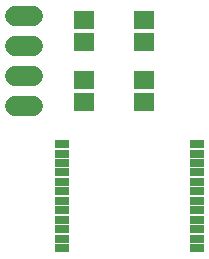
<source format=gbr>
G04 EAGLE Gerber RS-274X export*
G75*
%MOMM*%
%FSLAX34Y34*%
%LPD*%
%INSoldermask Top*%
%IPPOS*%
%AMOC8*
5,1,8,0,0,1.08239X$1,22.5*%
G01*
%ADD10R,1.303200X0.803200*%
%ADD11C,1.727200*%
%ADD12R,1.703200X1.503200*%


D10*
X184000Y133800D03*
X184000Y141800D03*
X184000Y149800D03*
X184000Y157800D03*
X184000Y165800D03*
X184000Y173800D03*
X184000Y181800D03*
X184000Y189800D03*
X184000Y197800D03*
X184000Y205800D03*
X184000Y213800D03*
X184000Y221800D03*
X70000Y221800D03*
X70000Y213800D03*
X70000Y205800D03*
X70000Y197800D03*
X70000Y189800D03*
X70000Y181800D03*
X70000Y173800D03*
X70000Y165800D03*
X70000Y157800D03*
X70000Y149800D03*
X70000Y141800D03*
X70000Y133800D03*
D11*
X45720Y254000D02*
X30480Y254000D01*
X30480Y279400D02*
X45720Y279400D01*
X45720Y304800D02*
X30480Y304800D01*
X30480Y330200D02*
X45720Y330200D01*
D12*
X88900Y308000D03*
X88900Y327000D03*
X139700Y327000D03*
X139700Y308000D03*
X88900Y276200D03*
X88900Y257200D03*
X139700Y276200D03*
X139700Y257200D03*
M02*

</source>
